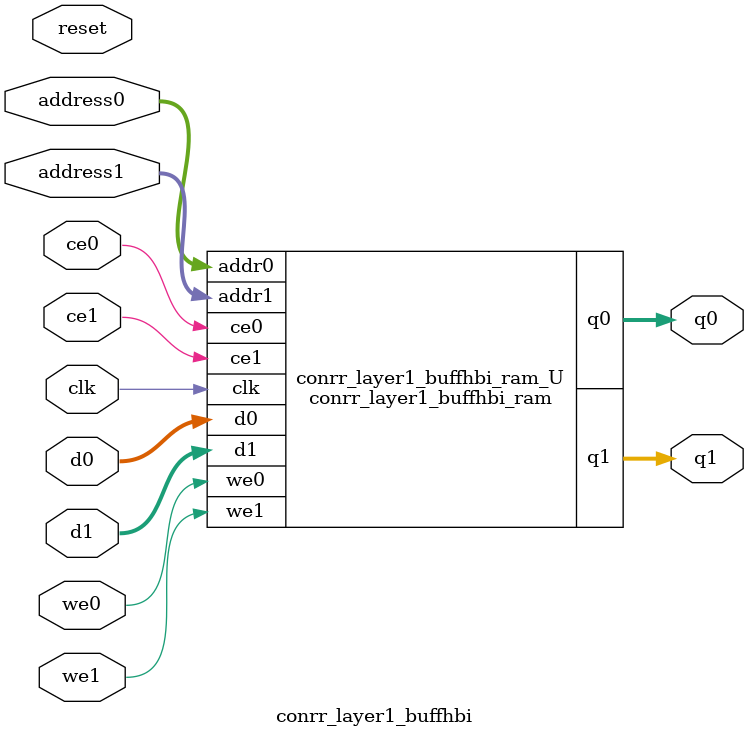
<source format=v>
`timescale 1 ns / 1 ps
module conrr_layer1_buffhbi_ram (addr0, ce0, d0, we0, q0, addr1, ce1, d1, we1, q1,  clk);

parameter DWIDTH = 32;
parameter AWIDTH = 9;
parameter MEM_SIZE = 340;

input[AWIDTH-1:0] addr0;
input ce0;
input[DWIDTH-1:0] d0;
input we0;
output reg[DWIDTH-1:0] q0;
input[AWIDTH-1:0] addr1;
input ce1;
input[DWIDTH-1:0] d1;
input we1;
output reg[DWIDTH-1:0] q1;
input clk;

(* ram_style = "block" *)reg [DWIDTH-1:0] ram[0:MEM_SIZE-1];




always @(posedge clk)  
begin 
    if (ce0) 
    begin
        if (we0) 
        begin 
            ram[addr0] <= d0; 
        end 
        q0 <= ram[addr0];
    end
end


always @(posedge clk)  
begin 
    if (ce1) 
    begin
        if (we1) 
        begin 
            ram[addr1] <= d1; 
        end 
        q1 <= ram[addr1];
    end
end


endmodule

`timescale 1 ns / 1 ps
module conrr_layer1_buffhbi(
    reset,
    clk,
    address0,
    ce0,
    we0,
    d0,
    q0,
    address1,
    ce1,
    we1,
    d1,
    q1);

parameter DataWidth = 32'd32;
parameter AddressRange = 32'd340;
parameter AddressWidth = 32'd9;
input reset;
input clk;
input[AddressWidth - 1:0] address0;
input ce0;
input we0;
input[DataWidth - 1:0] d0;
output[DataWidth - 1:0] q0;
input[AddressWidth - 1:0] address1;
input ce1;
input we1;
input[DataWidth - 1:0] d1;
output[DataWidth - 1:0] q1;



conrr_layer1_buffhbi_ram conrr_layer1_buffhbi_ram_U(
    .clk( clk ),
    .addr0( address0 ),
    .ce0( ce0 ),
    .we0( we0 ),
    .d0( d0 ),
    .q0( q0 ),
    .addr1( address1 ),
    .ce1( ce1 ),
    .we1( we1 ),
    .d1( d1 ),
    .q1( q1 ));

endmodule


</source>
